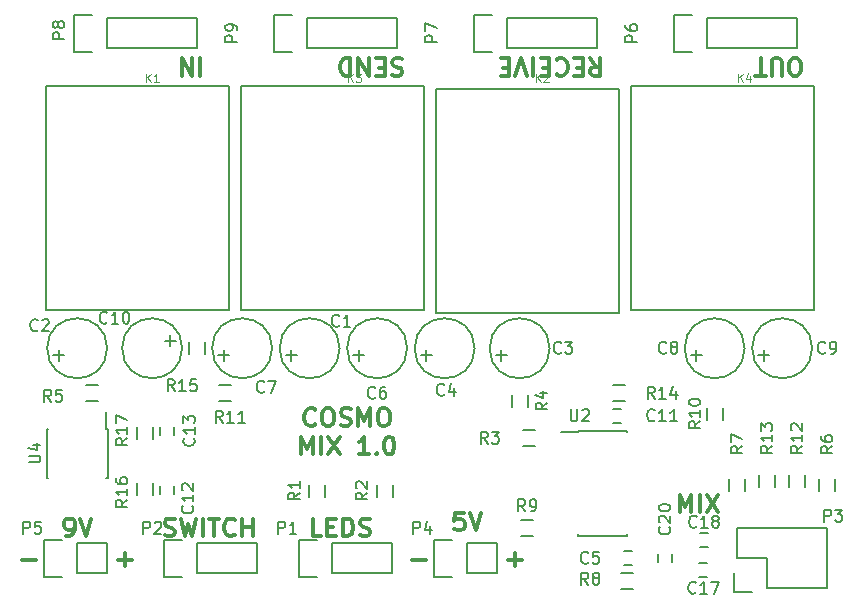
<source format=gbr>
G04 #@! TF.FileFunction,Legend,Top*
%FSLAX46Y46*%
G04 Gerber Fmt 4.6, Leading zero omitted, Abs format (unit mm)*
G04 Created by KiCad (PCBNEW (2015-10-25 BZR 6279)-product) date Monday 26. October 2015 20.42.08*
%MOMM*%
G01*
G04 APERTURE LIST*
%ADD10C,0.100000*%
%ADD11C,0.300000*%
%ADD12C,0.127000*%
%ADD13C,0.150000*%
%ADD14C,0.050000*%
G04 APERTURE END LIST*
D10*
D11*
X200866572Y-107866571D02*
X200866572Y-106366571D01*
X201366572Y-107438000D01*
X201866572Y-106366571D01*
X201866572Y-107866571D01*
X202580858Y-107866571D02*
X202580858Y-106366571D01*
X203152287Y-106366571D02*
X204152287Y-107866571D01*
X204152287Y-106366571D02*
X203152287Y-107866571D01*
X157286000Y-109827143D02*
X157500286Y-109898571D01*
X157857429Y-109898571D01*
X158000286Y-109827143D01*
X158071715Y-109755714D01*
X158143143Y-109612857D01*
X158143143Y-109470000D01*
X158071715Y-109327143D01*
X158000286Y-109255714D01*
X157857429Y-109184286D01*
X157571715Y-109112857D01*
X157428857Y-109041429D01*
X157357429Y-108970000D01*
X157286000Y-108827143D01*
X157286000Y-108684286D01*
X157357429Y-108541429D01*
X157428857Y-108470000D01*
X157571715Y-108398571D01*
X157928857Y-108398571D01*
X158143143Y-108470000D01*
X158643143Y-108398571D02*
X159000286Y-109898571D01*
X159286000Y-108827143D01*
X159571714Y-109898571D01*
X159928857Y-108398571D01*
X160500286Y-109898571D02*
X160500286Y-108398571D01*
X161000286Y-108398571D02*
X161857429Y-108398571D01*
X161428858Y-109898571D02*
X161428858Y-108398571D01*
X163214572Y-109755714D02*
X163143143Y-109827143D01*
X162928857Y-109898571D01*
X162786000Y-109898571D01*
X162571715Y-109827143D01*
X162428857Y-109684286D01*
X162357429Y-109541429D01*
X162286000Y-109255714D01*
X162286000Y-109041429D01*
X162357429Y-108755714D01*
X162428857Y-108612857D01*
X162571715Y-108470000D01*
X162786000Y-108398571D01*
X162928857Y-108398571D01*
X163143143Y-108470000D01*
X163214572Y-108541429D01*
X163857429Y-109898571D02*
X163857429Y-108398571D01*
X163857429Y-109112857D02*
X164714572Y-109112857D01*
X164714572Y-109898571D02*
X164714572Y-108398571D01*
X170533429Y-109898571D02*
X169819143Y-109898571D01*
X169819143Y-108398571D01*
X171033429Y-109112857D02*
X171533429Y-109112857D01*
X171747715Y-109898571D02*
X171033429Y-109898571D01*
X171033429Y-108398571D01*
X171747715Y-108398571D01*
X172390572Y-109898571D02*
X172390572Y-108398571D01*
X172747715Y-108398571D01*
X172962000Y-108470000D01*
X173104858Y-108612857D01*
X173176286Y-108755714D01*
X173247715Y-109041429D01*
X173247715Y-109255714D01*
X173176286Y-109541429D01*
X173104858Y-109684286D01*
X172962000Y-109827143D01*
X172747715Y-109898571D01*
X172390572Y-109898571D01*
X173819143Y-109827143D02*
X174033429Y-109898571D01*
X174390572Y-109898571D01*
X174533429Y-109827143D01*
X174604858Y-109755714D01*
X174676286Y-109612857D01*
X174676286Y-109470000D01*
X174604858Y-109327143D01*
X174533429Y-109255714D01*
X174390572Y-109184286D01*
X174104858Y-109112857D01*
X173962000Y-109041429D01*
X173890572Y-108970000D01*
X173819143Y-108827143D01*
X173819143Y-108684286D01*
X173890572Y-108541429D01*
X173962000Y-108470000D01*
X174104858Y-108398571D01*
X174462000Y-108398571D01*
X174676286Y-108470000D01*
X182594287Y-107890571D02*
X181880001Y-107890571D01*
X181808572Y-108604857D01*
X181880001Y-108533429D01*
X182022858Y-108462000D01*
X182380001Y-108462000D01*
X182522858Y-108533429D01*
X182594287Y-108604857D01*
X182665715Y-108747714D01*
X182665715Y-109104857D01*
X182594287Y-109247714D01*
X182522858Y-109319143D01*
X182380001Y-109390571D01*
X182022858Y-109390571D01*
X181880001Y-109319143D01*
X181808572Y-109247714D01*
X183094286Y-107890571D02*
X183594286Y-109390571D01*
X184094286Y-107890571D01*
X186372572Y-111867143D02*
X187515429Y-111867143D01*
X186944000Y-112438571D02*
X186944000Y-111295714D01*
X178244572Y-111867143D02*
X179387429Y-111867143D01*
X148931429Y-109898571D02*
X149217144Y-109898571D01*
X149360001Y-109827143D01*
X149431429Y-109755714D01*
X149574287Y-109541429D01*
X149645715Y-109255714D01*
X149645715Y-108684286D01*
X149574287Y-108541429D01*
X149502858Y-108470000D01*
X149360001Y-108398571D01*
X149074287Y-108398571D01*
X148931429Y-108470000D01*
X148860001Y-108541429D01*
X148788572Y-108684286D01*
X148788572Y-109041429D01*
X148860001Y-109184286D01*
X148931429Y-109255714D01*
X149074287Y-109327143D01*
X149360001Y-109327143D01*
X149502858Y-109255714D01*
X149574287Y-109184286D01*
X149645715Y-109041429D01*
X150074286Y-108398571D02*
X150574286Y-109898571D01*
X151074286Y-108398571D01*
X153352572Y-111867143D02*
X154495429Y-111867143D01*
X153924000Y-112438571D02*
X153924000Y-111295714D01*
X145224572Y-111867143D02*
X146367429Y-111867143D01*
X170041429Y-100427714D02*
X169970000Y-100499143D01*
X169755714Y-100570571D01*
X169612857Y-100570571D01*
X169398572Y-100499143D01*
X169255714Y-100356286D01*
X169184286Y-100213429D01*
X169112857Y-99927714D01*
X169112857Y-99713429D01*
X169184286Y-99427714D01*
X169255714Y-99284857D01*
X169398572Y-99142000D01*
X169612857Y-99070571D01*
X169755714Y-99070571D01*
X169970000Y-99142000D01*
X170041429Y-99213429D01*
X170970000Y-99070571D02*
X171255714Y-99070571D01*
X171398572Y-99142000D01*
X171541429Y-99284857D01*
X171612857Y-99570571D01*
X171612857Y-100070571D01*
X171541429Y-100356286D01*
X171398572Y-100499143D01*
X171255714Y-100570571D01*
X170970000Y-100570571D01*
X170827143Y-100499143D01*
X170684286Y-100356286D01*
X170612857Y-100070571D01*
X170612857Y-99570571D01*
X170684286Y-99284857D01*
X170827143Y-99142000D01*
X170970000Y-99070571D01*
X172184286Y-100499143D02*
X172398572Y-100570571D01*
X172755715Y-100570571D01*
X172898572Y-100499143D01*
X172970001Y-100427714D01*
X173041429Y-100284857D01*
X173041429Y-100142000D01*
X172970001Y-99999143D01*
X172898572Y-99927714D01*
X172755715Y-99856286D01*
X172470001Y-99784857D01*
X172327143Y-99713429D01*
X172255715Y-99642000D01*
X172184286Y-99499143D01*
X172184286Y-99356286D01*
X172255715Y-99213429D01*
X172327143Y-99142000D01*
X172470001Y-99070571D01*
X172827143Y-99070571D01*
X173041429Y-99142000D01*
X173684286Y-100570571D02*
X173684286Y-99070571D01*
X174184286Y-100142000D01*
X174684286Y-99070571D01*
X174684286Y-100570571D01*
X175684286Y-99070571D02*
X175970000Y-99070571D01*
X176112858Y-99142000D01*
X176255715Y-99284857D01*
X176327143Y-99570571D01*
X176327143Y-100070571D01*
X176255715Y-100356286D01*
X176112858Y-100499143D01*
X175970000Y-100570571D01*
X175684286Y-100570571D01*
X175541429Y-100499143D01*
X175398572Y-100356286D01*
X175327143Y-100070571D01*
X175327143Y-99570571D01*
X175398572Y-99284857D01*
X175541429Y-99142000D01*
X175684286Y-99070571D01*
X168791429Y-102970571D02*
X168791429Y-101470571D01*
X169291429Y-102542000D01*
X169791429Y-101470571D01*
X169791429Y-102970571D01*
X170505715Y-102970571D02*
X170505715Y-101470571D01*
X171077144Y-101470571D02*
X172077144Y-102970571D01*
X172077144Y-101470571D02*
X171077144Y-102970571D01*
X174577143Y-102970571D02*
X173720000Y-102970571D01*
X174148572Y-102970571D02*
X174148572Y-101470571D01*
X174005715Y-101684857D01*
X173862857Y-101827714D01*
X173720000Y-101899143D01*
X175220000Y-102827714D02*
X175291428Y-102899143D01*
X175220000Y-102970571D01*
X175148571Y-102899143D01*
X175220000Y-102827714D01*
X175220000Y-102970571D01*
X176220000Y-101470571D02*
X176362857Y-101470571D01*
X176505714Y-101542000D01*
X176577143Y-101613429D01*
X176648572Y-101756286D01*
X176720000Y-102042000D01*
X176720000Y-102399143D01*
X176648572Y-102684857D01*
X176577143Y-102827714D01*
X176505714Y-102899143D01*
X176362857Y-102970571D01*
X176220000Y-102970571D01*
X176077143Y-102899143D01*
X176005714Y-102827714D01*
X175934286Y-102684857D01*
X175862857Y-102399143D01*
X175862857Y-102042000D01*
X175934286Y-101756286D01*
X176005714Y-101613429D01*
X176077143Y-101542000D01*
X176220000Y-101470571D01*
X210796000Y-70925429D02*
X210510286Y-70925429D01*
X210367428Y-70854000D01*
X210224571Y-70711143D01*
X210153143Y-70425429D01*
X210153143Y-69925429D01*
X210224571Y-69639714D01*
X210367428Y-69496857D01*
X210510286Y-69425429D01*
X210796000Y-69425429D01*
X210938857Y-69496857D01*
X211081714Y-69639714D01*
X211153143Y-69925429D01*
X211153143Y-70425429D01*
X211081714Y-70711143D01*
X210938857Y-70854000D01*
X210796000Y-70925429D01*
X209510285Y-70925429D02*
X209510285Y-69711143D01*
X209438857Y-69568286D01*
X209367428Y-69496857D01*
X209224571Y-69425429D01*
X208938857Y-69425429D01*
X208795999Y-69496857D01*
X208724571Y-69568286D01*
X208653142Y-69711143D01*
X208653142Y-70925429D01*
X208153142Y-70925429D02*
X207295999Y-70925429D01*
X207724570Y-69425429D02*
X207724570Y-70925429D01*
X193313428Y-69425429D02*
X193813428Y-70139714D01*
X194170571Y-69425429D02*
X194170571Y-70925429D01*
X193599143Y-70925429D01*
X193456285Y-70854000D01*
X193384857Y-70782571D01*
X193313428Y-70639714D01*
X193313428Y-70425429D01*
X193384857Y-70282571D01*
X193456285Y-70211143D01*
X193599143Y-70139714D01*
X194170571Y-70139714D01*
X192670571Y-70211143D02*
X192170571Y-70211143D01*
X191956285Y-69425429D02*
X192670571Y-69425429D01*
X192670571Y-70925429D01*
X191956285Y-70925429D01*
X190456285Y-69568286D02*
X190527714Y-69496857D01*
X190742000Y-69425429D01*
X190884857Y-69425429D01*
X191099142Y-69496857D01*
X191242000Y-69639714D01*
X191313428Y-69782571D01*
X191384857Y-70068286D01*
X191384857Y-70282571D01*
X191313428Y-70568286D01*
X191242000Y-70711143D01*
X191099142Y-70854000D01*
X190884857Y-70925429D01*
X190742000Y-70925429D01*
X190527714Y-70854000D01*
X190456285Y-70782571D01*
X189813428Y-70211143D02*
X189313428Y-70211143D01*
X189099142Y-69425429D02*
X189813428Y-69425429D01*
X189813428Y-70925429D01*
X189099142Y-70925429D01*
X188456285Y-69425429D02*
X188456285Y-70925429D01*
X187956285Y-70925429D02*
X187456285Y-69425429D01*
X186956285Y-70925429D01*
X186456285Y-70211143D02*
X185956285Y-70211143D01*
X185741999Y-69425429D02*
X186456285Y-69425429D01*
X186456285Y-70925429D01*
X185741999Y-70925429D01*
X177394857Y-69496857D02*
X177180571Y-69425429D01*
X176823428Y-69425429D01*
X176680571Y-69496857D01*
X176609142Y-69568286D01*
X176537714Y-69711143D01*
X176537714Y-69854000D01*
X176609142Y-69996857D01*
X176680571Y-70068286D01*
X176823428Y-70139714D01*
X177109142Y-70211143D01*
X177252000Y-70282571D01*
X177323428Y-70354000D01*
X177394857Y-70496857D01*
X177394857Y-70639714D01*
X177323428Y-70782571D01*
X177252000Y-70854000D01*
X177109142Y-70925429D01*
X176752000Y-70925429D01*
X176537714Y-70854000D01*
X175894857Y-70211143D02*
X175394857Y-70211143D01*
X175180571Y-69425429D02*
X175894857Y-69425429D01*
X175894857Y-70925429D01*
X175180571Y-70925429D01*
X174537714Y-69425429D02*
X174537714Y-70925429D01*
X173680571Y-69425429D01*
X173680571Y-70925429D01*
X172966285Y-69425429D02*
X172966285Y-70925429D01*
X172609142Y-70925429D01*
X172394857Y-70854000D01*
X172251999Y-70711143D01*
X172180571Y-70568286D01*
X172109142Y-70282571D01*
X172109142Y-70068286D01*
X172180571Y-69782571D01*
X172251999Y-69639714D01*
X172394857Y-69496857D01*
X172609142Y-69425429D01*
X172966285Y-69425429D01*
X160297714Y-69425429D02*
X160297714Y-70925429D01*
X159583428Y-69425429D02*
X159583428Y-70925429D01*
X158726285Y-69425429D01*
X158726285Y-70925429D01*
D12*
X147190000Y-71780000D02*
X147190000Y-90780000D01*
X147190000Y-90780000D02*
X162690000Y-90780000D01*
X162690000Y-90780000D02*
X162690000Y-71780000D01*
X162690000Y-71780000D02*
X147190000Y-71780000D01*
D13*
X167995600Y-95097600D02*
X167995600Y-94132400D01*
X167513000Y-94589600D02*
X168478200Y-94589600D01*
X172085000Y-93980000D02*
G75*
G03X172085000Y-93980000I-2540000J0D01*
G01*
X148310600Y-95097600D02*
X148310600Y-94132400D01*
X147828000Y-94589600D02*
X148793200Y-94589600D01*
X152400000Y-93980000D02*
G75*
G03X152400000Y-93980000I-2540000J0D01*
G01*
X185775600Y-95097600D02*
X185775600Y-94132400D01*
X185293000Y-94589600D02*
X186258200Y-94589600D01*
X189865000Y-93980000D02*
G75*
G03X189865000Y-93980000I-2540000J0D01*
G01*
X179425600Y-95097600D02*
X179425600Y-94132400D01*
X178943000Y-94589600D02*
X179908200Y-94589600D01*
X183515000Y-93980000D02*
G75*
G03X183515000Y-93980000I-2540000J0D01*
G01*
X196180000Y-111160000D02*
X196880000Y-111160000D01*
X196880000Y-112360000D02*
X196180000Y-112360000D01*
X173710600Y-95097600D02*
X173710600Y-94132400D01*
X173228000Y-94589600D02*
X174193200Y-94589600D01*
X177800000Y-93980000D02*
G75*
G03X177800000Y-93980000I-2540000J0D01*
G01*
X162280600Y-95097600D02*
X162280600Y-94132400D01*
X161798000Y-94589600D02*
X162763200Y-94589600D01*
X166370000Y-93980000D02*
G75*
G03X166370000Y-93980000I-2540000J0D01*
G01*
X202285600Y-95097600D02*
X202285600Y-94132400D01*
X201803000Y-94589600D02*
X202768200Y-94589600D01*
X206375000Y-93980000D02*
G75*
G03X206375000Y-93980000I-2540000J0D01*
G01*
X208000600Y-95097600D02*
X208000600Y-94132400D01*
X207518000Y-94589600D02*
X208483200Y-94589600D01*
X212090000Y-93980000D02*
G75*
G03X212090000Y-93980000I-2540000J0D01*
G01*
X157759400Y-92862400D02*
X157759400Y-93827600D01*
X158242000Y-93370400D02*
X157276800Y-93370400D01*
X158750000Y-93980000D02*
G75*
G03X158750000Y-93980000I-2540000J0D01*
G01*
X195230000Y-99095000D02*
X195930000Y-99095000D01*
X195930000Y-100295000D02*
X195230000Y-100295000D01*
X156880000Y-106334000D02*
X156880000Y-105634000D01*
X158080000Y-105634000D02*
X158080000Y-106334000D01*
X158080000Y-100615000D02*
X158080000Y-101315000D01*
X156880000Y-101315000D02*
X156880000Y-100615000D01*
D12*
X180210000Y-72030000D02*
X180210000Y-91030000D01*
X180210000Y-91030000D02*
X195710000Y-91030000D01*
X195710000Y-91030000D02*
X195710000Y-72030000D01*
X195710000Y-72030000D02*
X180210000Y-72030000D01*
X163700000Y-71780000D02*
X163700000Y-90780000D01*
X163700000Y-90780000D02*
X179200000Y-90780000D01*
X179200000Y-90780000D02*
X179200000Y-71780000D01*
X179200000Y-71780000D02*
X163700000Y-71780000D01*
X196720000Y-71780000D02*
X196720000Y-90780000D01*
X196720000Y-90780000D02*
X212220000Y-90780000D01*
X212220000Y-90780000D02*
X212220000Y-71780000D01*
X212220000Y-71780000D02*
X196720000Y-71780000D01*
D13*
X171450000Y-113030000D02*
X176530000Y-113030000D01*
X176530000Y-113030000D02*
X176530000Y-110490000D01*
X176530000Y-110490000D02*
X171450000Y-110490000D01*
X168630000Y-110210000D02*
X170180000Y-110210000D01*
X171450000Y-110490000D02*
X171450000Y-113030000D01*
X170180000Y-113310000D02*
X168630000Y-113310000D01*
X168630000Y-113310000D02*
X168630000Y-110210000D01*
X160020000Y-113030000D02*
X165100000Y-113030000D01*
X165100000Y-113030000D02*
X165100000Y-110490000D01*
X165100000Y-110490000D02*
X160020000Y-110490000D01*
X157200000Y-110210000D02*
X158750000Y-110210000D01*
X160020000Y-110490000D02*
X160020000Y-113030000D01*
X158750000Y-113310000D02*
X157200000Y-113310000D01*
X157200000Y-113310000D02*
X157200000Y-110210000D01*
X208280000Y-114300000D02*
X213360000Y-114300000D01*
X205460000Y-114580000D02*
X205460000Y-113030000D01*
X205740000Y-111760000D02*
X208280000Y-111760000D01*
X208280000Y-111760000D02*
X208280000Y-114300000D01*
X213360000Y-114300000D02*
X213360000Y-109220000D01*
X213360000Y-109220000D02*
X208280000Y-109220000D01*
X205460000Y-114580000D02*
X207010000Y-114580000D01*
X205740000Y-109220000D02*
X205740000Y-111760000D01*
X208280000Y-109220000D02*
X205740000Y-109220000D01*
X182880000Y-110490000D02*
X185420000Y-110490000D01*
X180060000Y-110210000D02*
X181610000Y-110210000D01*
X182880000Y-110490000D02*
X182880000Y-113030000D01*
X181610000Y-113310000D02*
X180060000Y-113310000D01*
X180060000Y-113310000D02*
X180060000Y-110210000D01*
X182880000Y-113030000D02*
X185420000Y-113030000D01*
X185420000Y-113030000D02*
X185420000Y-110490000D01*
X149860000Y-110490000D02*
X152400000Y-110490000D01*
X147040000Y-110210000D02*
X148590000Y-110210000D01*
X149860000Y-110490000D02*
X149860000Y-113030000D01*
X148590000Y-113310000D02*
X147040000Y-113310000D01*
X147040000Y-113310000D02*
X147040000Y-110210000D01*
X149860000Y-113030000D02*
X152400000Y-113030000D01*
X152400000Y-113030000D02*
X152400000Y-110490000D01*
X203199999Y-68580000D02*
X210819999Y-68580000D01*
X203199999Y-66040000D02*
X210819999Y-66040000D01*
X200379999Y-65760000D02*
X201929999Y-65760000D01*
X210819999Y-68580000D02*
X210819999Y-66040000D01*
X203199999Y-66040000D02*
X203199999Y-68580000D01*
X201929999Y-68860000D02*
X200379999Y-68860000D01*
X200379999Y-68860000D02*
X200379999Y-65760000D01*
X186266666Y-68580000D02*
X193886666Y-68580000D01*
X186266666Y-66040000D02*
X193886666Y-66040000D01*
X183446666Y-65760000D02*
X184996666Y-65760000D01*
X193886666Y-68580000D02*
X193886666Y-66040000D01*
X186266666Y-66040000D02*
X186266666Y-68580000D01*
X184996666Y-68860000D02*
X183446666Y-68860000D01*
X183446666Y-68860000D02*
X183446666Y-65760000D01*
X152400000Y-68580000D02*
X160020000Y-68580000D01*
X152400000Y-66040000D02*
X160020000Y-66040000D01*
X149580000Y-65760000D02*
X151130000Y-65760000D01*
X160020000Y-68580000D02*
X160020000Y-66040000D01*
X152400000Y-66040000D02*
X152400000Y-68580000D01*
X151130000Y-68860000D02*
X149580000Y-68860000D01*
X149580000Y-68860000D02*
X149580000Y-65760000D01*
X169333333Y-68580000D02*
X176953333Y-68580000D01*
X169333333Y-66040000D02*
X176953333Y-66040000D01*
X166513333Y-65760000D02*
X168063333Y-65760000D01*
X176953333Y-68580000D02*
X176953333Y-66040000D01*
X169333333Y-66040000D02*
X169333333Y-68580000D01*
X168063333Y-68860000D02*
X166513333Y-68860000D01*
X166513333Y-68860000D02*
X166513333Y-65760000D01*
X170855000Y-105545000D02*
X170855000Y-106545000D01*
X169505000Y-106545000D02*
X169505000Y-105545000D01*
X176570000Y-105545000D02*
X176570000Y-106545000D01*
X175220000Y-106545000D02*
X175220000Y-105545000D01*
X188630000Y-102275000D02*
X187630000Y-102275000D01*
X187630000Y-100925000D02*
X188630000Y-100925000D01*
X186650000Y-98925000D02*
X186650000Y-97925000D01*
X188000000Y-97925000D02*
X188000000Y-98925000D01*
X150630000Y-97115000D02*
X151630000Y-97115000D01*
X151630000Y-98465000D02*
X150630000Y-98465000D01*
X212685000Y-106080000D02*
X212685000Y-105080000D01*
X214035000Y-105080000D02*
X214035000Y-106080000D01*
X205065000Y-106080000D02*
X205065000Y-105080000D01*
X206415000Y-105080000D02*
X206415000Y-106080000D01*
X196885000Y-114340000D02*
X195885000Y-114340000D01*
X195885000Y-112990000D02*
X196885000Y-112990000D01*
X188460000Y-109895000D02*
X187460000Y-109895000D01*
X187460000Y-108545000D02*
X188460000Y-108545000D01*
X203160000Y-100025000D02*
X203160000Y-99025000D01*
X204510000Y-99025000D02*
X204510000Y-100025000D01*
X161890000Y-97115000D02*
X162890000Y-97115000D01*
X162890000Y-98465000D02*
X161890000Y-98465000D01*
X210145000Y-105740000D02*
X210145000Y-104740000D01*
X211495000Y-104740000D02*
X211495000Y-105740000D01*
X207605000Y-105740000D02*
X207605000Y-104740000D01*
X208955000Y-104740000D02*
X208955000Y-105740000D01*
X196250000Y-98465000D02*
X195250000Y-98465000D01*
X195250000Y-97115000D02*
X196250000Y-97115000D01*
X159345000Y-94480000D02*
X159345000Y-93480000D01*
X160695000Y-93480000D02*
X160695000Y-94480000D01*
X156250000Y-105375000D02*
X156250000Y-106375000D01*
X154900000Y-106375000D02*
X154900000Y-105375000D01*
X156250000Y-100635000D02*
X156250000Y-101635000D01*
X154900000Y-101635000D02*
X154900000Y-100635000D01*
X192235000Y-100960000D02*
X192235000Y-101075000D01*
X196385000Y-100960000D02*
X196385000Y-101075000D01*
X196385000Y-109860000D02*
X196385000Y-109745000D01*
X192235000Y-109860000D02*
X192235000Y-109745000D01*
X192235000Y-100960000D02*
X196385000Y-100960000D01*
X192235000Y-109860000D02*
X196385000Y-109860000D01*
X192235000Y-101075000D02*
X190860000Y-101075000D01*
X152435000Y-100795000D02*
X152290000Y-100795000D01*
X152435000Y-104945000D02*
X152290000Y-104945000D01*
X147285000Y-104945000D02*
X147430000Y-104945000D01*
X147285000Y-100795000D02*
X147430000Y-100795000D01*
X152435000Y-100795000D02*
X152435000Y-104945000D01*
X147285000Y-100795000D02*
X147285000Y-104945000D01*
X152290000Y-100795000D02*
X152290000Y-99395000D01*
X203230000Y-113376000D02*
X202530000Y-113376000D01*
X202530000Y-112176000D02*
X203230000Y-112176000D01*
X203296000Y-110836000D02*
X202596000Y-110836000D01*
X202596000Y-109636000D02*
X203296000Y-109636000D01*
X199044000Y-112110000D02*
X199044000Y-111410000D01*
X200244000Y-111410000D02*
X200244000Y-112110000D01*
D14*
X155693334Y-71436667D02*
X155693334Y-70736667D01*
X156093334Y-71436667D02*
X155793334Y-71036667D01*
X156093334Y-70736667D02*
X155693334Y-71136667D01*
X156760000Y-71436667D02*
X156360000Y-71436667D01*
X156560000Y-71436667D02*
X156560000Y-70736667D01*
X156493334Y-70836667D01*
X156426667Y-70903333D01*
X156360000Y-70936667D01*
D13*
X172045334Y-92051143D02*
X171997715Y-92098762D01*
X171854858Y-92146381D01*
X171759620Y-92146381D01*
X171616762Y-92098762D01*
X171521524Y-92003524D01*
X171473905Y-91908286D01*
X171426286Y-91717810D01*
X171426286Y-91574952D01*
X171473905Y-91384476D01*
X171521524Y-91289238D01*
X171616762Y-91194000D01*
X171759620Y-91146381D01*
X171854858Y-91146381D01*
X171997715Y-91194000D01*
X172045334Y-91241619D01*
X172997715Y-92146381D02*
X172426286Y-92146381D01*
X172712000Y-92146381D02*
X172712000Y-91146381D01*
X172616762Y-91289238D01*
X172521524Y-91384476D01*
X172426286Y-91432095D01*
X146518334Y-92432143D02*
X146470715Y-92479762D01*
X146327858Y-92527381D01*
X146232620Y-92527381D01*
X146089762Y-92479762D01*
X145994524Y-92384524D01*
X145946905Y-92289286D01*
X145899286Y-92098810D01*
X145899286Y-91955952D01*
X145946905Y-91765476D01*
X145994524Y-91670238D01*
X146089762Y-91575000D01*
X146232620Y-91527381D01*
X146327858Y-91527381D01*
X146470715Y-91575000D01*
X146518334Y-91622619D01*
X146899286Y-91622619D02*
X146946905Y-91575000D01*
X147042143Y-91527381D01*
X147280239Y-91527381D01*
X147375477Y-91575000D01*
X147423096Y-91622619D01*
X147470715Y-91717857D01*
X147470715Y-91813095D01*
X147423096Y-91955952D01*
X146851667Y-92527381D01*
X147470715Y-92527381D01*
X190841334Y-94337143D02*
X190793715Y-94384762D01*
X190650858Y-94432381D01*
X190555620Y-94432381D01*
X190412762Y-94384762D01*
X190317524Y-94289524D01*
X190269905Y-94194286D01*
X190222286Y-94003810D01*
X190222286Y-93860952D01*
X190269905Y-93670476D01*
X190317524Y-93575238D01*
X190412762Y-93480000D01*
X190555620Y-93432381D01*
X190650858Y-93432381D01*
X190793715Y-93480000D01*
X190841334Y-93527619D01*
X191174667Y-93432381D02*
X191793715Y-93432381D01*
X191460381Y-93813333D01*
X191603239Y-93813333D01*
X191698477Y-93860952D01*
X191746096Y-93908571D01*
X191793715Y-94003810D01*
X191793715Y-94241905D01*
X191746096Y-94337143D01*
X191698477Y-94384762D01*
X191603239Y-94432381D01*
X191317524Y-94432381D01*
X191222286Y-94384762D01*
X191174667Y-94337143D01*
X180935334Y-97893143D02*
X180887715Y-97940762D01*
X180744858Y-97988381D01*
X180649620Y-97988381D01*
X180506762Y-97940762D01*
X180411524Y-97845524D01*
X180363905Y-97750286D01*
X180316286Y-97559810D01*
X180316286Y-97416952D01*
X180363905Y-97226476D01*
X180411524Y-97131238D01*
X180506762Y-97036000D01*
X180649620Y-96988381D01*
X180744858Y-96988381D01*
X180887715Y-97036000D01*
X180935334Y-97083619D01*
X181792477Y-97321714D02*
X181792477Y-97988381D01*
X181554381Y-96940762D02*
X181316286Y-97655048D01*
X181935334Y-97655048D01*
X193127334Y-112117143D02*
X193079715Y-112164762D01*
X192936858Y-112212381D01*
X192841620Y-112212381D01*
X192698762Y-112164762D01*
X192603524Y-112069524D01*
X192555905Y-111974286D01*
X192508286Y-111783810D01*
X192508286Y-111640952D01*
X192555905Y-111450476D01*
X192603524Y-111355238D01*
X192698762Y-111260000D01*
X192841620Y-111212381D01*
X192936858Y-111212381D01*
X193079715Y-111260000D01*
X193127334Y-111307619D01*
X194032096Y-111212381D02*
X193555905Y-111212381D01*
X193508286Y-111688571D01*
X193555905Y-111640952D01*
X193651143Y-111593333D01*
X193889239Y-111593333D01*
X193984477Y-111640952D01*
X194032096Y-111688571D01*
X194079715Y-111783810D01*
X194079715Y-112021905D01*
X194032096Y-112117143D01*
X193984477Y-112164762D01*
X193889239Y-112212381D01*
X193651143Y-112212381D01*
X193555905Y-112164762D01*
X193508286Y-112117143D01*
X175093334Y-98147143D02*
X175045715Y-98194762D01*
X174902858Y-98242381D01*
X174807620Y-98242381D01*
X174664762Y-98194762D01*
X174569524Y-98099524D01*
X174521905Y-98004286D01*
X174474286Y-97813810D01*
X174474286Y-97670952D01*
X174521905Y-97480476D01*
X174569524Y-97385238D01*
X174664762Y-97290000D01*
X174807620Y-97242381D01*
X174902858Y-97242381D01*
X175045715Y-97290000D01*
X175093334Y-97337619D01*
X175950477Y-97242381D02*
X175760000Y-97242381D01*
X175664762Y-97290000D01*
X175617143Y-97337619D01*
X175521905Y-97480476D01*
X175474286Y-97670952D01*
X175474286Y-98051905D01*
X175521905Y-98147143D01*
X175569524Y-98194762D01*
X175664762Y-98242381D01*
X175855239Y-98242381D01*
X175950477Y-98194762D01*
X175998096Y-98147143D01*
X176045715Y-98051905D01*
X176045715Y-97813810D01*
X175998096Y-97718571D01*
X175950477Y-97670952D01*
X175855239Y-97623333D01*
X175664762Y-97623333D01*
X175569524Y-97670952D01*
X175521905Y-97718571D01*
X175474286Y-97813810D01*
X165695334Y-97639143D02*
X165647715Y-97686762D01*
X165504858Y-97734381D01*
X165409620Y-97734381D01*
X165266762Y-97686762D01*
X165171524Y-97591524D01*
X165123905Y-97496286D01*
X165076286Y-97305810D01*
X165076286Y-97162952D01*
X165123905Y-96972476D01*
X165171524Y-96877238D01*
X165266762Y-96782000D01*
X165409620Y-96734381D01*
X165504858Y-96734381D01*
X165647715Y-96782000D01*
X165695334Y-96829619D01*
X166028667Y-96734381D02*
X166695334Y-96734381D01*
X166266762Y-97734381D01*
X199731334Y-94337143D02*
X199683715Y-94384762D01*
X199540858Y-94432381D01*
X199445620Y-94432381D01*
X199302762Y-94384762D01*
X199207524Y-94289524D01*
X199159905Y-94194286D01*
X199112286Y-94003810D01*
X199112286Y-93860952D01*
X199159905Y-93670476D01*
X199207524Y-93575238D01*
X199302762Y-93480000D01*
X199445620Y-93432381D01*
X199540858Y-93432381D01*
X199683715Y-93480000D01*
X199731334Y-93527619D01*
X200302762Y-93860952D02*
X200207524Y-93813333D01*
X200159905Y-93765714D01*
X200112286Y-93670476D01*
X200112286Y-93622857D01*
X200159905Y-93527619D01*
X200207524Y-93480000D01*
X200302762Y-93432381D01*
X200493239Y-93432381D01*
X200588477Y-93480000D01*
X200636096Y-93527619D01*
X200683715Y-93622857D01*
X200683715Y-93670476D01*
X200636096Y-93765714D01*
X200588477Y-93813333D01*
X200493239Y-93860952D01*
X200302762Y-93860952D01*
X200207524Y-93908571D01*
X200159905Y-93956190D01*
X200112286Y-94051429D01*
X200112286Y-94241905D01*
X200159905Y-94337143D01*
X200207524Y-94384762D01*
X200302762Y-94432381D01*
X200493239Y-94432381D01*
X200588477Y-94384762D01*
X200636096Y-94337143D01*
X200683715Y-94241905D01*
X200683715Y-94051429D01*
X200636096Y-93956190D01*
X200588477Y-93908571D01*
X200493239Y-93860952D01*
X213193334Y-94337143D02*
X213145715Y-94384762D01*
X213002858Y-94432381D01*
X212907620Y-94432381D01*
X212764762Y-94384762D01*
X212669524Y-94289524D01*
X212621905Y-94194286D01*
X212574286Y-94003810D01*
X212574286Y-93860952D01*
X212621905Y-93670476D01*
X212669524Y-93575238D01*
X212764762Y-93480000D01*
X212907620Y-93432381D01*
X213002858Y-93432381D01*
X213145715Y-93480000D01*
X213193334Y-93527619D01*
X213669524Y-94432381D02*
X213860000Y-94432381D01*
X213955239Y-94384762D01*
X214002858Y-94337143D01*
X214098096Y-94194286D01*
X214145715Y-94003810D01*
X214145715Y-93622857D01*
X214098096Y-93527619D01*
X214050477Y-93480000D01*
X213955239Y-93432381D01*
X213764762Y-93432381D01*
X213669524Y-93480000D01*
X213621905Y-93527619D01*
X213574286Y-93622857D01*
X213574286Y-93860952D01*
X213621905Y-93956190D01*
X213669524Y-94003810D01*
X213764762Y-94051429D01*
X213955239Y-94051429D01*
X214050477Y-94003810D01*
X214098096Y-93956190D01*
X214145715Y-93860952D01*
X152392143Y-91797143D02*
X152344524Y-91844762D01*
X152201667Y-91892381D01*
X152106429Y-91892381D01*
X151963571Y-91844762D01*
X151868333Y-91749524D01*
X151820714Y-91654286D01*
X151773095Y-91463810D01*
X151773095Y-91320952D01*
X151820714Y-91130476D01*
X151868333Y-91035238D01*
X151963571Y-90940000D01*
X152106429Y-90892381D01*
X152201667Y-90892381D01*
X152344524Y-90940000D01*
X152392143Y-90987619D01*
X153344524Y-91892381D02*
X152773095Y-91892381D01*
X153058809Y-91892381D02*
X153058809Y-90892381D01*
X152963571Y-91035238D01*
X152868333Y-91130476D01*
X152773095Y-91178095D01*
X153963571Y-90892381D02*
X154058810Y-90892381D01*
X154154048Y-90940000D01*
X154201667Y-90987619D01*
X154249286Y-91082857D01*
X154296905Y-91273333D01*
X154296905Y-91511429D01*
X154249286Y-91701905D01*
X154201667Y-91797143D01*
X154154048Y-91844762D01*
X154058810Y-91892381D01*
X153963571Y-91892381D01*
X153868333Y-91844762D01*
X153820714Y-91797143D01*
X153773095Y-91701905D01*
X153725476Y-91511429D01*
X153725476Y-91273333D01*
X153773095Y-91082857D01*
X153820714Y-90987619D01*
X153868333Y-90940000D01*
X153963571Y-90892381D01*
X198747143Y-100052143D02*
X198699524Y-100099762D01*
X198556667Y-100147381D01*
X198461429Y-100147381D01*
X198318571Y-100099762D01*
X198223333Y-100004524D01*
X198175714Y-99909286D01*
X198128095Y-99718810D01*
X198128095Y-99575952D01*
X198175714Y-99385476D01*
X198223333Y-99290238D01*
X198318571Y-99195000D01*
X198461429Y-99147381D01*
X198556667Y-99147381D01*
X198699524Y-99195000D01*
X198747143Y-99242619D01*
X199699524Y-100147381D02*
X199128095Y-100147381D01*
X199413809Y-100147381D02*
X199413809Y-99147381D01*
X199318571Y-99290238D01*
X199223333Y-99385476D01*
X199128095Y-99433095D01*
X200651905Y-100147381D02*
X200080476Y-100147381D01*
X200366190Y-100147381D02*
X200366190Y-99147381D01*
X200270952Y-99290238D01*
X200175714Y-99385476D01*
X200080476Y-99433095D01*
X159615143Y-107322857D02*
X159662762Y-107370476D01*
X159710381Y-107513333D01*
X159710381Y-107608571D01*
X159662762Y-107751429D01*
X159567524Y-107846667D01*
X159472286Y-107894286D01*
X159281810Y-107941905D01*
X159138952Y-107941905D01*
X158948476Y-107894286D01*
X158853238Y-107846667D01*
X158758000Y-107751429D01*
X158710381Y-107608571D01*
X158710381Y-107513333D01*
X158758000Y-107370476D01*
X158805619Y-107322857D01*
X159710381Y-106370476D02*
X159710381Y-106941905D01*
X159710381Y-106656191D02*
X158710381Y-106656191D01*
X158853238Y-106751429D01*
X158948476Y-106846667D01*
X158996095Y-106941905D01*
X158805619Y-105989524D02*
X158758000Y-105941905D01*
X158710381Y-105846667D01*
X158710381Y-105608571D01*
X158758000Y-105513333D01*
X158805619Y-105465714D01*
X158900857Y-105418095D01*
X158996095Y-105418095D01*
X159138952Y-105465714D01*
X159710381Y-106037143D01*
X159710381Y-105418095D01*
X159742143Y-101607857D02*
X159789762Y-101655476D01*
X159837381Y-101798333D01*
X159837381Y-101893571D01*
X159789762Y-102036429D01*
X159694524Y-102131667D01*
X159599286Y-102179286D01*
X159408810Y-102226905D01*
X159265952Y-102226905D01*
X159075476Y-102179286D01*
X158980238Y-102131667D01*
X158885000Y-102036429D01*
X158837381Y-101893571D01*
X158837381Y-101798333D01*
X158885000Y-101655476D01*
X158932619Y-101607857D01*
X159837381Y-100655476D02*
X159837381Y-101226905D01*
X159837381Y-100941191D02*
X158837381Y-100941191D01*
X158980238Y-101036429D01*
X159075476Y-101131667D01*
X159123095Y-101226905D01*
X158837381Y-100322143D02*
X158837381Y-99703095D01*
X159218333Y-100036429D01*
X159218333Y-99893571D01*
X159265952Y-99798333D01*
X159313571Y-99750714D01*
X159408810Y-99703095D01*
X159646905Y-99703095D01*
X159742143Y-99750714D01*
X159789762Y-99798333D01*
X159837381Y-99893571D01*
X159837381Y-100179286D01*
X159789762Y-100274524D01*
X159742143Y-100322143D01*
D14*
X188713334Y-71436667D02*
X188713334Y-70736667D01*
X189113334Y-71436667D02*
X188813334Y-71036667D01*
X189113334Y-70736667D02*
X188713334Y-71136667D01*
X189380000Y-70803333D02*
X189413334Y-70770000D01*
X189480000Y-70736667D01*
X189646667Y-70736667D01*
X189713334Y-70770000D01*
X189746667Y-70803333D01*
X189780000Y-70870000D01*
X189780000Y-70936667D01*
X189746667Y-71036667D01*
X189346667Y-71436667D01*
X189780000Y-71436667D01*
X172838334Y-71436667D02*
X172838334Y-70736667D01*
X173238334Y-71436667D02*
X172938334Y-71036667D01*
X173238334Y-70736667D02*
X172838334Y-71136667D01*
X173471667Y-70736667D02*
X173905000Y-70736667D01*
X173671667Y-71003333D01*
X173771667Y-71003333D01*
X173838334Y-71036667D01*
X173871667Y-71070000D01*
X173905000Y-71136667D01*
X173905000Y-71303333D01*
X173871667Y-71370000D01*
X173838334Y-71403333D01*
X173771667Y-71436667D01*
X173571667Y-71436667D01*
X173505000Y-71403333D01*
X173471667Y-71370000D01*
X205858334Y-71436667D02*
X205858334Y-70736667D01*
X206258334Y-71436667D02*
X205958334Y-71036667D01*
X206258334Y-70736667D02*
X205858334Y-71136667D01*
X206858334Y-70970000D02*
X206858334Y-71436667D01*
X206691667Y-70703333D02*
X206525000Y-71203333D01*
X206958334Y-71203333D01*
D13*
X166901905Y-109672381D02*
X166901905Y-108672381D01*
X167282858Y-108672381D01*
X167378096Y-108720000D01*
X167425715Y-108767619D01*
X167473334Y-108862857D01*
X167473334Y-109005714D01*
X167425715Y-109100952D01*
X167378096Y-109148571D01*
X167282858Y-109196190D01*
X166901905Y-109196190D01*
X168425715Y-109672381D02*
X167854286Y-109672381D01*
X168140000Y-109672381D02*
X168140000Y-108672381D01*
X168044762Y-108815238D01*
X167949524Y-108910476D01*
X167854286Y-108958095D01*
X155471905Y-109672381D02*
X155471905Y-108672381D01*
X155852858Y-108672381D01*
X155948096Y-108720000D01*
X155995715Y-108767619D01*
X156043334Y-108862857D01*
X156043334Y-109005714D01*
X155995715Y-109100952D01*
X155948096Y-109148571D01*
X155852858Y-109196190D01*
X155471905Y-109196190D01*
X156424286Y-108767619D02*
X156471905Y-108720000D01*
X156567143Y-108672381D01*
X156805239Y-108672381D01*
X156900477Y-108720000D01*
X156948096Y-108767619D01*
X156995715Y-108862857D01*
X156995715Y-108958095D01*
X156948096Y-109100952D01*
X156376667Y-109672381D01*
X156995715Y-109672381D01*
X213129905Y-108656381D02*
X213129905Y-107656381D01*
X213510858Y-107656381D01*
X213606096Y-107704000D01*
X213653715Y-107751619D01*
X213701334Y-107846857D01*
X213701334Y-107989714D01*
X213653715Y-108084952D01*
X213606096Y-108132571D01*
X213510858Y-108180190D01*
X213129905Y-108180190D01*
X214034667Y-107656381D02*
X214653715Y-107656381D01*
X214320381Y-108037333D01*
X214463239Y-108037333D01*
X214558477Y-108084952D01*
X214606096Y-108132571D01*
X214653715Y-108227810D01*
X214653715Y-108465905D01*
X214606096Y-108561143D01*
X214558477Y-108608762D01*
X214463239Y-108656381D01*
X214177524Y-108656381D01*
X214082286Y-108608762D01*
X214034667Y-108561143D01*
X178331905Y-109672381D02*
X178331905Y-108672381D01*
X178712858Y-108672381D01*
X178808096Y-108720000D01*
X178855715Y-108767619D01*
X178903334Y-108862857D01*
X178903334Y-109005714D01*
X178855715Y-109100952D01*
X178808096Y-109148571D01*
X178712858Y-109196190D01*
X178331905Y-109196190D01*
X179760477Y-109005714D02*
X179760477Y-109672381D01*
X179522381Y-108624762D02*
X179284286Y-109339048D01*
X179903334Y-109339048D01*
X145311905Y-109672381D02*
X145311905Y-108672381D01*
X145692858Y-108672381D01*
X145788096Y-108720000D01*
X145835715Y-108767619D01*
X145883334Y-108862857D01*
X145883334Y-109005714D01*
X145835715Y-109100952D01*
X145788096Y-109148571D01*
X145692858Y-109196190D01*
X145311905Y-109196190D01*
X146788096Y-108672381D02*
X146311905Y-108672381D01*
X146264286Y-109148571D01*
X146311905Y-109100952D01*
X146407143Y-109053333D01*
X146645239Y-109053333D01*
X146740477Y-109100952D01*
X146788096Y-109148571D01*
X146835715Y-109243810D01*
X146835715Y-109481905D01*
X146788096Y-109577143D01*
X146740477Y-109624762D01*
X146645239Y-109672381D01*
X146407143Y-109672381D01*
X146311905Y-109624762D01*
X146264286Y-109577143D01*
X197282380Y-68048095D02*
X196282380Y-68048095D01*
X196282380Y-67667142D01*
X196329999Y-67571904D01*
X196377618Y-67524285D01*
X196472856Y-67476666D01*
X196615713Y-67476666D01*
X196710951Y-67524285D01*
X196758570Y-67571904D01*
X196806189Y-67667142D01*
X196806189Y-68048095D01*
X196282380Y-66619523D02*
X196282380Y-66810000D01*
X196329999Y-66905238D01*
X196377618Y-66952857D01*
X196520475Y-67048095D01*
X196710951Y-67095714D01*
X197091904Y-67095714D01*
X197187142Y-67048095D01*
X197234761Y-67000476D01*
X197282380Y-66905238D01*
X197282380Y-66714761D01*
X197234761Y-66619523D01*
X197187142Y-66571904D01*
X197091904Y-66524285D01*
X196853809Y-66524285D01*
X196758570Y-66571904D01*
X196710951Y-66619523D01*
X196663332Y-66714761D01*
X196663332Y-66905238D01*
X196710951Y-67000476D01*
X196758570Y-67048095D01*
X196853809Y-67095714D01*
X180349047Y-68048095D02*
X179349047Y-68048095D01*
X179349047Y-67667142D01*
X179396666Y-67571904D01*
X179444285Y-67524285D01*
X179539523Y-67476666D01*
X179682380Y-67476666D01*
X179777618Y-67524285D01*
X179825237Y-67571904D01*
X179872856Y-67667142D01*
X179872856Y-68048095D01*
X179349047Y-67143333D02*
X179349047Y-66476666D01*
X180349047Y-66905238D01*
X148788381Y-67794095D02*
X147788381Y-67794095D01*
X147788381Y-67413142D01*
X147836000Y-67317904D01*
X147883619Y-67270285D01*
X147978857Y-67222666D01*
X148121714Y-67222666D01*
X148216952Y-67270285D01*
X148264571Y-67317904D01*
X148312190Y-67413142D01*
X148312190Y-67794095D01*
X148216952Y-66651238D02*
X148169333Y-66746476D01*
X148121714Y-66794095D01*
X148026476Y-66841714D01*
X147978857Y-66841714D01*
X147883619Y-66794095D01*
X147836000Y-66746476D01*
X147788381Y-66651238D01*
X147788381Y-66460761D01*
X147836000Y-66365523D01*
X147883619Y-66317904D01*
X147978857Y-66270285D01*
X148026476Y-66270285D01*
X148121714Y-66317904D01*
X148169333Y-66365523D01*
X148216952Y-66460761D01*
X148216952Y-66651238D01*
X148264571Y-66746476D01*
X148312190Y-66794095D01*
X148407429Y-66841714D01*
X148597905Y-66841714D01*
X148693143Y-66794095D01*
X148740762Y-66746476D01*
X148788381Y-66651238D01*
X148788381Y-66460761D01*
X148740762Y-66365523D01*
X148693143Y-66317904D01*
X148597905Y-66270285D01*
X148407429Y-66270285D01*
X148312190Y-66317904D01*
X148264571Y-66365523D01*
X148216952Y-66460761D01*
X163415714Y-68048095D02*
X162415714Y-68048095D01*
X162415714Y-67667142D01*
X162463333Y-67571904D01*
X162510952Y-67524285D01*
X162606190Y-67476666D01*
X162749047Y-67476666D01*
X162844285Y-67524285D01*
X162891904Y-67571904D01*
X162939523Y-67667142D01*
X162939523Y-68048095D01*
X163415714Y-67000476D02*
X163415714Y-66810000D01*
X163368095Y-66714761D01*
X163320476Y-66667142D01*
X163177619Y-66571904D01*
X162987143Y-66524285D01*
X162606190Y-66524285D01*
X162510952Y-66571904D01*
X162463333Y-66619523D01*
X162415714Y-66714761D01*
X162415714Y-66905238D01*
X162463333Y-67000476D01*
X162510952Y-67048095D01*
X162606190Y-67095714D01*
X162844285Y-67095714D01*
X162939523Y-67048095D01*
X162987143Y-67000476D01*
X163034762Y-66905238D01*
X163034762Y-66714761D01*
X162987143Y-66619523D01*
X162939523Y-66571904D01*
X162844285Y-66524285D01*
X168732381Y-106211666D02*
X168256190Y-106545000D01*
X168732381Y-106783095D02*
X167732381Y-106783095D01*
X167732381Y-106402142D01*
X167780000Y-106306904D01*
X167827619Y-106259285D01*
X167922857Y-106211666D01*
X168065714Y-106211666D01*
X168160952Y-106259285D01*
X168208571Y-106306904D01*
X168256190Y-106402142D01*
X168256190Y-106783095D01*
X168732381Y-105259285D02*
X168732381Y-105830714D01*
X168732381Y-105545000D02*
X167732381Y-105545000D01*
X167875238Y-105640238D01*
X167970476Y-105735476D01*
X168018095Y-105830714D01*
X174447381Y-106211666D02*
X173971190Y-106545000D01*
X174447381Y-106783095D02*
X173447381Y-106783095D01*
X173447381Y-106402142D01*
X173495000Y-106306904D01*
X173542619Y-106259285D01*
X173637857Y-106211666D01*
X173780714Y-106211666D01*
X173875952Y-106259285D01*
X173923571Y-106306904D01*
X173971190Y-106402142D01*
X173971190Y-106783095D01*
X173542619Y-105830714D02*
X173495000Y-105783095D01*
X173447381Y-105687857D01*
X173447381Y-105449761D01*
X173495000Y-105354523D01*
X173542619Y-105306904D01*
X173637857Y-105259285D01*
X173733095Y-105259285D01*
X173875952Y-105306904D01*
X174447381Y-105878333D01*
X174447381Y-105259285D01*
X184618334Y-102052381D02*
X184285000Y-101576190D01*
X184046905Y-102052381D02*
X184046905Y-101052381D01*
X184427858Y-101052381D01*
X184523096Y-101100000D01*
X184570715Y-101147619D01*
X184618334Y-101242857D01*
X184618334Y-101385714D01*
X184570715Y-101480952D01*
X184523096Y-101528571D01*
X184427858Y-101576190D01*
X184046905Y-101576190D01*
X184951667Y-101052381D02*
X185570715Y-101052381D01*
X185237381Y-101433333D01*
X185380239Y-101433333D01*
X185475477Y-101480952D01*
X185523096Y-101528571D01*
X185570715Y-101623810D01*
X185570715Y-101861905D01*
X185523096Y-101957143D01*
X185475477Y-102004762D01*
X185380239Y-102052381D01*
X185094524Y-102052381D01*
X184999286Y-102004762D01*
X184951667Y-101957143D01*
X189677381Y-98591666D02*
X189201190Y-98925000D01*
X189677381Y-99163095D02*
X188677381Y-99163095D01*
X188677381Y-98782142D01*
X188725000Y-98686904D01*
X188772619Y-98639285D01*
X188867857Y-98591666D01*
X189010714Y-98591666D01*
X189105952Y-98639285D01*
X189153571Y-98686904D01*
X189201190Y-98782142D01*
X189201190Y-99163095D01*
X189010714Y-97734523D02*
X189677381Y-97734523D01*
X188629762Y-97972619D02*
X189344048Y-98210714D01*
X189344048Y-97591666D01*
X147661334Y-98496381D02*
X147328000Y-98020190D01*
X147089905Y-98496381D02*
X147089905Y-97496381D01*
X147470858Y-97496381D01*
X147566096Y-97544000D01*
X147613715Y-97591619D01*
X147661334Y-97686857D01*
X147661334Y-97829714D01*
X147613715Y-97924952D01*
X147566096Y-97972571D01*
X147470858Y-98020190D01*
X147089905Y-98020190D01*
X148566096Y-97496381D02*
X148089905Y-97496381D01*
X148042286Y-97972571D01*
X148089905Y-97924952D01*
X148185143Y-97877333D01*
X148423239Y-97877333D01*
X148518477Y-97924952D01*
X148566096Y-97972571D01*
X148613715Y-98067810D01*
X148613715Y-98305905D01*
X148566096Y-98401143D01*
X148518477Y-98448762D01*
X148423239Y-98496381D01*
X148185143Y-98496381D01*
X148089905Y-98448762D01*
X148042286Y-98401143D01*
X213812381Y-102274666D02*
X213336190Y-102608000D01*
X213812381Y-102846095D02*
X212812381Y-102846095D01*
X212812381Y-102465142D01*
X212860000Y-102369904D01*
X212907619Y-102322285D01*
X213002857Y-102274666D01*
X213145714Y-102274666D01*
X213240952Y-102322285D01*
X213288571Y-102369904D01*
X213336190Y-102465142D01*
X213336190Y-102846095D01*
X212812381Y-101417523D02*
X212812381Y-101608000D01*
X212860000Y-101703238D01*
X212907619Y-101750857D01*
X213050476Y-101846095D01*
X213240952Y-101893714D01*
X213621905Y-101893714D01*
X213717143Y-101846095D01*
X213764762Y-101798476D01*
X213812381Y-101703238D01*
X213812381Y-101512761D01*
X213764762Y-101417523D01*
X213717143Y-101369904D01*
X213621905Y-101322285D01*
X213383810Y-101322285D01*
X213288571Y-101369904D01*
X213240952Y-101417523D01*
X213193333Y-101512761D01*
X213193333Y-101703238D01*
X213240952Y-101798476D01*
X213288571Y-101846095D01*
X213383810Y-101893714D01*
X206192381Y-102274666D02*
X205716190Y-102608000D01*
X206192381Y-102846095D02*
X205192381Y-102846095D01*
X205192381Y-102465142D01*
X205240000Y-102369904D01*
X205287619Y-102322285D01*
X205382857Y-102274666D01*
X205525714Y-102274666D01*
X205620952Y-102322285D01*
X205668571Y-102369904D01*
X205716190Y-102465142D01*
X205716190Y-102846095D01*
X205192381Y-101941333D02*
X205192381Y-101274666D01*
X206192381Y-101703238D01*
X193127334Y-113990381D02*
X192794000Y-113514190D01*
X192555905Y-113990381D02*
X192555905Y-112990381D01*
X192936858Y-112990381D01*
X193032096Y-113038000D01*
X193079715Y-113085619D01*
X193127334Y-113180857D01*
X193127334Y-113323714D01*
X193079715Y-113418952D01*
X193032096Y-113466571D01*
X192936858Y-113514190D01*
X192555905Y-113514190D01*
X193698762Y-113418952D02*
X193603524Y-113371333D01*
X193555905Y-113323714D01*
X193508286Y-113228476D01*
X193508286Y-113180857D01*
X193555905Y-113085619D01*
X193603524Y-113038000D01*
X193698762Y-112990381D01*
X193889239Y-112990381D01*
X193984477Y-113038000D01*
X194032096Y-113085619D01*
X194079715Y-113180857D01*
X194079715Y-113228476D01*
X194032096Y-113323714D01*
X193984477Y-113371333D01*
X193889239Y-113418952D01*
X193698762Y-113418952D01*
X193603524Y-113466571D01*
X193555905Y-113514190D01*
X193508286Y-113609429D01*
X193508286Y-113799905D01*
X193555905Y-113895143D01*
X193603524Y-113942762D01*
X193698762Y-113990381D01*
X193889239Y-113990381D01*
X193984477Y-113942762D01*
X194032096Y-113895143D01*
X194079715Y-113799905D01*
X194079715Y-113609429D01*
X194032096Y-113514190D01*
X193984477Y-113466571D01*
X193889239Y-113418952D01*
X187793334Y-107772381D02*
X187460000Y-107296190D01*
X187221905Y-107772381D02*
X187221905Y-106772381D01*
X187602858Y-106772381D01*
X187698096Y-106820000D01*
X187745715Y-106867619D01*
X187793334Y-106962857D01*
X187793334Y-107105714D01*
X187745715Y-107200952D01*
X187698096Y-107248571D01*
X187602858Y-107296190D01*
X187221905Y-107296190D01*
X188269524Y-107772381D02*
X188460000Y-107772381D01*
X188555239Y-107724762D01*
X188602858Y-107677143D01*
X188698096Y-107534286D01*
X188745715Y-107343810D01*
X188745715Y-106962857D01*
X188698096Y-106867619D01*
X188650477Y-106820000D01*
X188555239Y-106772381D01*
X188364762Y-106772381D01*
X188269524Y-106820000D01*
X188221905Y-106867619D01*
X188174286Y-106962857D01*
X188174286Y-107200952D01*
X188221905Y-107296190D01*
X188269524Y-107343810D01*
X188364762Y-107391429D01*
X188555239Y-107391429D01*
X188650477Y-107343810D01*
X188698096Y-107296190D01*
X188745715Y-107200952D01*
X202636381Y-100167857D02*
X202160190Y-100501191D01*
X202636381Y-100739286D02*
X201636381Y-100739286D01*
X201636381Y-100358333D01*
X201684000Y-100263095D01*
X201731619Y-100215476D01*
X201826857Y-100167857D01*
X201969714Y-100167857D01*
X202064952Y-100215476D01*
X202112571Y-100263095D01*
X202160190Y-100358333D01*
X202160190Y-100739286D01*
X202636381Y-99215476D02*
X202636381Y-99786905D01*
X202636381Y-99501191D02*
X201636381Y-99501191D01*
X201779238Y-99596429D01*
X201874476Y-99691667D01*
X201922095Y-99786905D01*
X201636381Y-98596429D02*
X201636381Y-98501190D01*
X201684000Y-98405952D01*
X201731619Y-98358333D01*
X201826857Y-98310714D01*
X202017333Y-98263095D01*
X202255429Y-98263095D01*
X202445905Y-98310714D01*
X202541143Y-98358333D01*
X202588762Y-98405952D01*
X202636381Y-98501190D01*
X202636381Y-98596429D01*
X202588762Y-98691667D01*
X202541143Y-98739286D01*
X202445905Y-98786905D01*
X202255429Y-98834524D01*
X202017333Y-98834524D01*
X201826857Y-98786905D01*
X201731619Y-98739286D01*
X201684000Y-98691667D01*
X201636381Y-98596429D01*
X162171143Y-100274381D02*
X161837809Y-99798190D01*
X161599714Y-100274381D02*
X161599714Y-99274381D01*
X161980667Y-99274381D01*
X162075905Y-99322000D01*
X162123524Y-99369619D01*
X162171143Y-99464857D01*
X162171143Y-99607714D01*
X162123524Y-99702952D01*
X162075905Y-99750571D01*
X161980667Y-99798190D01*
X161599714Y-99798190D01*
X163123524Y-100274381D02*
X162552095Y-100274381D01*
X162837809Y-100274381D02*
X162837809Y-99274381D01*
X162742571Y-99417238D01*
X162647333Y-99512476D01*
X162552095Y-99560095D01*
X164075905Y-100274381D02*
X163504476Y-100274381D01*
X163790190Y-100274381D02*
X163790190Y-99274381D01*
X163694952Y-99417238D01*
X163599714Y-99512476D01*
X163504476Y-99560095D01*
X211272381Y-102242857D02*
X210796190Y-102576191D01*
X211272381Y-102814286D02*
X210272381Y-102814286D01*
X210272381Y-102433333D01*
X210320000Y-102338095D01*
X210367619Y-102290476D01*
X210462857Y-102242857D01*
X210605714Y-102242857D01*
X210700952Y-102290476D01*
X210748571Y-102338095D01*
X210796190Y-102433333D01*
X210796190Y-102814286D01*
X211272381Y-101290476D02*
X211272381Y-101861905D01*
X211272381Y-101576191D02*
X210272381Y-101576191D01*
X210415238Y-101671429D01*
X210510476Y-101766667D01*
X210558095Y-101861905D01*
X210367619Y-100909524D02*
X210320000Y-100861905D01*
X210272381Y-100766667D01*
X210272381Y-100528571D01*
X210320000Y-100433333D01*
X210367619Y-100385714D01*
X210462857Y-100338095D01*
X210558095Y-100338095D01*
X210700952Y-100385714D01*
X211272381Y-100957143D01*
X211272381Y-100338095D01*
X208732381Y-102242857D02*
X208256190Y-102576191D01*
X208732381Y-102814286D02*
X207732381Y-102814286D01*
X207732381Y-102433333D01*
X207780000Y-102338095D01*
X207827619Y-102290476D01*
X207922857Y-102242857D01*
X208065714Y-102242857D01*
X208160952Y-102290476D01*
X208208571Y-102338095D01*
X208256190Y-102433333D01*
X208256190Y-102814286D01*
X208732381Y-101290476D02*
X208732381Y-101861905D01*
X208732381Y-101576191D02*
X207732381Y-101576191D01*
X207875238Y-101671429D01*
X207970476Y-101766667D01*
X208018095Y-101861905D01*
X207732381Y-100957143D02*
X207732381Y-100338095D01*
X208113333Y-100671429D01*
X208113333Y-100528571D01*
X208160952Y-100433333D01*
X208208571Y-100385714D01*
X208303810Y-100338095D01*
X208541905Y-100338095D01*
X208637143Y-100385714D01*
X208684762Y-100433333D01*
X208732381Y-100528571D01*
X208732381Y-100814286D01*
X208684762Y-100909524D01*
X208637143Y-100957143D01*
X198747143Y-98242381D02*
X198413809Y-97766190D01*
X198175714Y-98242381D02*
X198175714Y-97242381D01*
X198556667Y-97242381D01*
X198651905Y-97290000D01*
X198699524Y-97337619D01*
X198747143Y-97432857D01*
X198747143Y-97575714D01*
X198699524Y-97670952D01*
X198651905Y-97718571D01*
X198556667Y-97766190D01*
X198175714Y-97766190D01*
X199699524Y-98242381D02*
X199128095Y-98242381D01*
X199413809Y-98242381D02*
X199413809Y-97242381D01*
X199318571Y-97385238D01*
X199223333Y-97480476D01*
X199128095Y-97528095D01*
X200556667Y-97575714D02*
X200556667Y-98242381D01*
X200318571Y-97194762D02*
X200080476Y-97909048D01*
X200699524Y-97909048D01*
X158107143Y-97607381D02*
X157773809Y-97131190D01*
X157535714Y-97607381D02*
X157535714Y-96607381D01*
X157916667Y-96607381D01*
X158011905Y-96655000D01*
X158059524Y-96702619D01*
X158107143Y-96797857D01*
X158107143Y-96940714D01*
X158059524Y-97035952D01*
X158011905Y-97083571D01*
X157916667Y-97131190D01*
X157535714Y-97131190D01*
X159059524Y-97607381D02*
X158488095Y-97607381D01*
X158773809Y-97607381D02*
X158773809Y-96607381D01*
X158678571Y-96750238D01*
X158583333Y-96845476D01*
X158488095Y-96893095D01*
X159964286Y-96607381D02*
X159488095Y-96607381D01*
X159440476Y-97083571D01*
X159488095Y-97035952D01*
X159583333Y-96988333D01*
X159821429Y-96988333D01*
X159916667Y-97035952D01*
X159964286Y-97083571D01*
X160011905Y-97178810D01*
X160011905Y-97416905D01*
X159964286Y-97512143D01*
X159916667Y-97559762D01*
X159821429Y-97607381D01*
X159583333Y-97607381D01*
X159488095Y-97559762D01*
X159440476Y-97512143D01*
X154127381Y-106814857D02*
X153651190Y-107148191D01*
X154127381Y-107386286D02*
X153127381Y-107386286D01*
X153127381Y-107005333D01*
X153175000Y-106910095D01*
X153222619Y-106862476D01*
X153317857Y-106814857D01*
X153460714Y-106814857D01*
X153555952Y-106862476D01*
X153603571Y-106910095D01*
X153651190Y-107005333D01*
X153651190Y-107386286D01*
X154127381Y-105862476D02*
X154127381Y-106433905D01*
X154127381Y-106148191D02*
X153127381Y-106148191D01*
X153270238Y-106243429D01*
X153365476Y-106338667D01*
X153413095Y-106433905D01*
X153127381Y-105005333D02*
X153127381Y-105195810D01*
X153175000Y-105291048D01*
X153222619Y-105338667D01*
X153365476Y-105433905D01*
X153555952Y-105481524D01*
X153936905Y-105481524D01*
X154032143Y-105433905D01*
X154079762Y-105386286D01*
X154127381Y-105291048D01*
X154127381Y-105100571D01*
X154079762Y-105005333D01*
X154032143Y-104957714D01*
X153936905Y-104910095D01*
X153698810Y-104910095D01*
X153603571Y-104957714D01*
X153555952Y-105005333D01*
X153508333Y-105100571D01*
X153508333Y-105291048D01*
X153555952Y-105386286D01*
X153603571Y-105433905D01*
X153698810Y-105481524D01*
X154127381Y-101607857D02*
X153651190Y-101941191D01*
X154127381Y-102179286D02*
X153127381Y-102179286D01*
X153127381Y-101798333D01*
X153175000Y-101703095D01*
X153222619Y-101655476D01*
X153317857Y-101607857D01*
X153460714Y-101607857D01*
X153555952Y-101655476D01*
X153603571Y-101703095D01*
X153651190Y-101798333D01*
X153651190Y-102179286D01*
X154127381Y-100655476D02*
X154127381Y-101226905D01*
X154127381Y-100941191D02*
X153127381Y-100941191D01*
X153270238Y-101036429D01*
X153365476Y-101131667D01*
X153413095Y-101226905D01*
X153127381Y-100322143D02*
X153127381Y-99655476D01*
X154127381Y-100084048D01*
X191643095Y-99147381D02*
X191643095Y-99956905D01*
X191690714Y-100052143D01*
X191738333Y-100099762D01*
X191833571Y-100147381D01*
X192024048Y-100147381D01*
X192119286Y-100099762D01*
X192166905Y-100052143D01*
X192214524Y-99956905D01*
X192214524Y-99147381D01*
X192643095Y-99242619D02*
X192690714Y-99195000D01*
X192785952Y-99147381D01*
X193024048Y-99147381D01*
X193119286Y-99195000D01*
X193166905Y-99242619D01*
X193214524Y-99337857D01*
X193214524Y-99433095D01*
X193166905Y-99575952D01*
X192595476Y-100147381D01*
X193214524Y-100147381D01*
X145756381Y-103631905D02*
X146565905Y-103631905D01*
X146661143Y-103584286D01*
X146708762Y-103536667D01*
X146756381Y-103441429D01*
X146756381Y-103250952D01*
X146708762Y-103155714D01*
X146661143Y-103108095D01*
X146565905Y-103060476D01*
X145756381Y-103060476D01*
X146089714Y-102155714D02*
X146756381Y-102155714D01*
X145708762Y-102393810D02*
X146423048Y-102631905D01*
X146423048Y-102012857D01*
X202237143Y-114657143D02*
X202189524Y-114704762D01*
X202046667Y-114752381D01*
X201951429Y-114752381D01*
X201808571Y-114704762D01*
X201713333Y-114609524D01*
X201665714Y-114514286D01*
X201618095Y-114323810D01*
X201618095Y-114180952D01*
X201665714Y-113990476D01*
X201713333Y-113895238D01*
X201808571Y-113800000D01*
X201951429Y-113752381D01*
X202046667Y-113752381D01*
X202189524Y-113800000D01*
X202237143Y-113847619D01*
X203189524Y-114752381D02*
X202618095Y-114752381D01*
X202903809Y-114752381D02*
X202903809Y-113752381D01*
X202808571Y-113895238D01*
X202713333Y-113990476D01*
X202618095Y-114038095D01*
X203522857Y-113752381D02*
X204189524Y-113752381D01*
X203760952Y-114752381D01*
X202303143Y-109069143D02*
X202255524Y-109116762D01*
X202112667Y-109164381D01*
X202017429Y-109164381D01*
X201874571Y-109116762D01*
X201779333Y-109021524D01*
X201731714Y-108926286D01*
X201684095Y-108735810D01*
X201684095Y-108592952D01*
X201731714Y-108402476D01*
X201779333Y-108307238D01*
X201874571Y-108212000D01*
X202017429Y-108164381D01*
X202112667Y-108164381D01*
X202255524Y-108212000D01*
X202303143Y-108259619D01*
X203255524Y-109164381D02*
X202684095Y-109164381D01*
X202969809Y-109164381D02*
X202969809Y-108164381D01*
X202874571Y-108307238D01*
X202779333Y-108402476D01*
X202684095Y-108450095D01*
X203826952Y-108592952D02*
X203731714Y-108545333D01*
X203684095Y-108497714D01*
X203636476Y-108402476D01*
X203636476Y-108354857D01*
X203684095Y-108259619D01*
X203731714Y-108212000D01*
X203826952Y-108164381D01*
X204017429Y-108164381D01*
X204112667Y-108212000D01*
X204160286Y-108259619D01*
X204207905Y-108354857D01*
X204207905Y-108402476D01*
X204160286Y-108497714D01*
X204112667Y-108545333D01*
X204017429Y-108592952D01*
X203826952Y-108592952D01*
X203731714Y-108640571D01*
X203684095Y-108688190D01*
X203636476Y-108783429D01*
X203636476Y-108973905D01*
X203684095Y-109069143D01*
X203731714Y-109116762D01*
X203826952Y-109164381D01*
X204017429Y-109164381D01*
X204112667Y-109116762D01*
X204160286Y-109069143D01*
X204207905Y-108973905D01*
X204207905Y-108783429D01*
X204160286Y-108688190D01*
X204112667Y-108640571D01*
X204017429Y-108592952D01*
X200001143Y-109100857D02*
X200048762Y-109148476D01*
X200096381Y-109291333D01*
X200096381Y-109386571D01*
X200048762Y-109529429D01*
X199953524Y-109624667D01*
X199858286Y-109672286D01*
X199667810Y-109719905D01*
X199524952Y-109719905D01*
X199334476Y-109672286D01*
X199239238Y-109624667D01*
X199144000Y-109529429D01*
X199096381Y-109386571D01*
X199096381Y-109291333D01*
X199144000Y-109148476D01*
X199191619Y-109100857D01*
X199191619Y-108719905D02*
X199144000Y-108672286D01*
X199096381Y-108577048D01*
X199096381Y-108338952D01*
X199144000Y-108243714D01*
X199191619Y-108196095D01*
X199286857Y-108148476D01*
X199382095Y-108148476D01*
X199524952Y-108196095D01*
X200096381Y-108767524D01*
X200096381Y-108148476D01*
X199096381Y-107529429D02*
X199096381Y-107434190D01*
X199144000Y-107338952D01*
X199191619Y-107291333D01*
X199286857Y-107243714D01*
X199477333Y-107196095D01*
X199715429Y-107196095D01*
X199905905Y-107243714D01*
X200001143Y-107291333D01*
X200048762Y-107338952D01*
X200096381Y-107434190D01*
X200096381Y-107529429D01*
X200048762Y-107624667D01*
X200001143Y-107672286D01*
X199905905Y-107719905D01*
X199715429Y-107767524D01*
X199477333Y-107767524D01*
X199286857Y-107719905D01*
X199191619Y-107672286D01*
X199144000Y-107624667D01*
X199096381Y-107529429D01*
M02*

</source>
